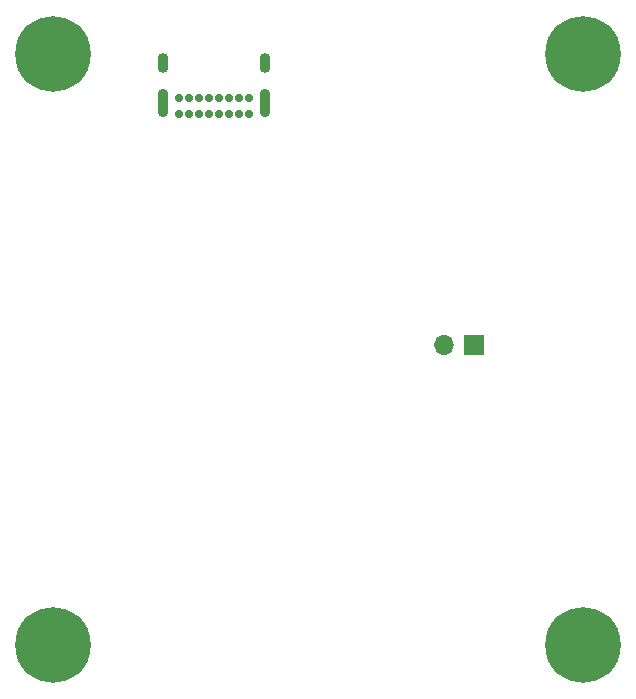
<source format=gbr>
%TF.GenerationSoftware,KiCad,Pcbnew,(6.0.2)*%
%TF.CreationDate,2022-05-29T19:06:36+02:00*%
%TF.ProjectId,PCB_ESP32_CAN,5043425f-4553-4503-9332-5f43414e2e6b,rev?*%
%TF.SameCoordinates,Original*%
%TF.FileFunction,Soldermask,Bot*%
%TF.FilePolarity,Negative*%
%FSLAX46Y46*%
G04 Gerber Fmt 4.6, Leading zero omitted, Abs format (unit mm)*
G04 Created by KiCad (PCBNEW (6.0.2)) date 2022-05-29 19:06:36*
%MOMM*%
%LPD*%
G01*
G04 APERTURE LIST*
%ADD10R,1.700000X1.700000*%
%ADD11O,1.700000X1.700000*%
%ADD12C,0.800000*%
%ADD13C,6.400000*%
%ADD14C,0.700000*%
%ADD15O,0.900000X2.400000*%
%ADD16O,0.900000X1.700000*%
G04 APERTURE END LIST*
D10*
%TO.C,120*%
X152540000Y-101700000D03*
D11*
X150000000Y-101700000D03*
%TD*%
D12*
%TO.C,H2*%
X116900000Y-129475000D03*
D13*
X116900000Y-127075000D03*
D12*
X118597056Y-128772056D03*
X116900000Y-124675000D03*
X118597056Y-125377944D03*
X115202944Y-128772056D03*
X115202944Y-125377944D03*
X114500000Y-127075000D03*
X119300000Y-127075000D03*
%TD*%
%TO.C,H4*%
X163497056Y-125377944D03*
X160102944Y-125377944D03*
X164200000Y-127075000D03*
D13*
X161800000Y-127075000D03*
D12*
X159400000Y-127075000D03*
X160102944Y-128772056D03*
X161800000Y-124675000D03*
X161800000Y-129475000D03*
X163497056Y-128772056D03*
%TD*%
%TO.C,H1*%
X119300000Y-77075000D03*
X114500000Y-77075000D03*
D13*
X116900000Y-77075000D03*
D12*
X116900000Y-79475000D03*
X115202944Y-75377944D03*
X115202944Y-78772056D03*
X118597056Y-78772056D03*
X116900000Y-74675000D03*
X118597056Y-75377944D03*
%TD*%
%TO.C,H3*%
X164200000Y-77075000D03*
X161800000Y-79475000D03*
X163497056Y-75377944D03*
X160102944Y-78772056D03*
D13*
X161800000Y-77075000D03*
D12*
X159400000Y-77075000D03*
X160102944Y-75377944D03*
X161800000Y-74675000D03*
X163497056Y-78772056D03*
%TD*%
D14*
%TO.C,J1*%
X133500000Y-82175000D03*
X132650000Y-82175000D03*
X131800000Y-82175000D03*
X130950000Y-82175000D03*
X130100000Y-82175000D03*
X129250000Y-82175000D03*
X128400000Y-82175000D03*
X127550000Y-82175000D03*
X127550000Y-80825000D03*
X128400000Y-80825000D03*
X129250000Y-80825000D03*
X130100000Y-80825000D03*
X130950000Y-80825000D03*
X131800000Y-80825000D03*
X132650000Y-80825000D03*
X133500000Y-80825000D03*
D15*
X126200000Y-81195000D03*
D16*
X134850000Y-77815000D03*
X126200000Y-77815000D03*
D15*
X134850000Y-81195000D03*
%TD*%
M02*

</source>
